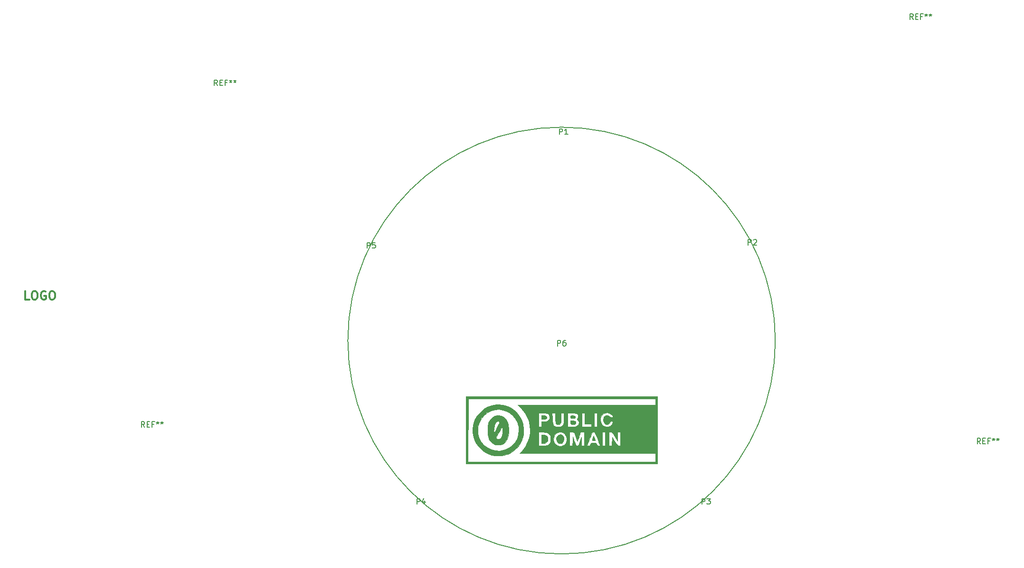
<source format=gbr>
G04 #@! TF.FileFunction,Legend,Top*
%FSLAX46Y46*%
G04 Gerber Fmt 4.6, Leading zero omitted, Abs format (unit mm)*
G04 Created by KiCad (PCBNEW 4.0.2+dfsg1-stable) date Mon 14 Nov 2016 02:15:01 PM EST*
%MOMM*%
G01*
G04 APERTURE LIST*
%ADD10C,0.100000*%
%ADD11C,0.200000*%
%ADD12C,0.010000*%
%ADD13C,0.150000*%
%ADD14C,0.300000*%
G04 APERTURE END LIST*
D10*
D11*
X158100000Y-109000000D02*
G75*
G03X158100000Y-109000000I-38100000J0D01*
G01*
D12*
G36*
X137102666Y-131011333D02*
X102982000Y-131011333D01*
X102982000Y-130672667D01*
X103319466Y-130672667D01*
X136764000Y-130672667D01*
X136764000Y-129148667D01*
X112535125Y-129148667D01*
X113015023Y-128619500D01*
X113507867Y-127964457D01*
X113598147Y-127794000D01*
X115936000Y-127794000D01*
X116617537Y-127794000D01*
X117100571Y-127771761D01*
X117445114Y-127706728D01*
X117547438Y-127665567D01*
X117816614Y-127446113D01*
X117982265Y-127112916D01*
X118047591Y-126670697D01*
X118568901Y-126670697D01*
X118631549Y-127068796D01*
X118702410Y-127262778D01*
X118927375Y-127554318D01*
X119253399Y-127750979D01*
X119634903Y-127842569D01*
X120026309Y-127818894D01*
X120085689Y-127794000D01*
X121439333Y-127794000D01*
X121941201Y-127794000D01*
X121965434Y-126968500D01*
X121989666Y-126143000D01*
X122273413Y-126973296D01*
X122403439Y-127345712D01*
X122498646Y-127584828D01*
X122576367Y-127718446D01*
X122653936Y-127774368D01*
X122748685Y-127780395D01*
X122774883Y-127777629D01*
X122883317Y-127748153D01*
X122972289Y-127668835D01*
X123060515Y-127508835D01*
X123166714Y-127237316D01*
X123253137Y-126989667D01*
X123513666Y-126227667D01*
X123538010Y-127010833D01*
X123562354Y-127794000D01*
X124064000Y-127794000D01*
X124502147Y-127794000D01*
X124784346Y-127794000D01*
X124985399Y-127771962D01*
X125082879Y-127674088D01*
X125122333Y-127540000D01*
X125162962Y-127397576D01*
X125234769Y-127321735D01*
X125383017Y-127291528D01*
X125652971Y-127286004D01*
X125671111Y-127286000D01*
X125950198Y-127291596D01*
X126108232Y-127322426D01*
X126193442Y-127399556D01*
X126252646Y-127540000D01*
X126349462Y-127723695D01*
X126506185Y-127789362D01*
X126606651Y-127794000D01*
X126780595Y-127775237D01*
X126845168Y-127729616D01*
X126843888Y-127725113D01*
X126806131Y-127624796D01*
X126721412Y-127395578D01*
X126600834Y-127067622D01*
X126455501Y-126671093D01*
X126392333Y-126498422D01*
X126226760Y-126048320D01*
X126104840Y-125733207D01*
X126012201Y-125528989D01*
X125934476Y-125411574D01*
X125857294Y-125356868D01*
X125766286Y-125340777D01*
X125701235Y-125339643D01*
X125562517Y-125348921D01*
X125463265Y-125399997D01*
X125376549Y-125525900D01*
X125275437Y-125759660D01*
X125201540Y-125952500D01*
X125044296Y-126367949D01*
X124868724Y-126830756D01*
X124735879Y-127180167D01*
X124502147Y-127794000D01*
X124064000Y-127794000D01*
X124064000Y-125338667D01*
X127281333Y-125338667D01*
X127281333Y-127794000D01*
X127789333Y-127794000D01*
X127789333Y-125338667D01*
X128466666Y-125338667D01*
X128466666Y-127794000D01*
X128968312Y-127794000D01*
X129017000Y-126227886D01*
X129489310Y-126989776D01*
X129708689Y-127335396D01*
X129869316Y-127560550D01*
X129996254Y-127691909D01*
X130114563Y-127756144D01*
X130230143Y-127778198D01*
X130498666Y-127804729D01*
X130498666Y-125338667D01*
X129997021Y-125338667D01*
X129972677Y-126117918D01*
X129948333Y-126897170D01*
X129482666Y-126119334D01*
X129271818Y-125773135D01*
X129120237Y-125548090D01*
X129003276Y-125418272D01*
X128896286Y-125357756D01*
X128774621Y-125340616D01*
X128741833Y-125340082D01*
X128466666Y-125338667D01*
X127789333Y-125338667D01*
X127281333Y-125338667D01*
X124064000Y-125338667D01*
X123325368Y-125338667D01*
X123083727Y-126143000D01*
X122977180Y-126482465D01*
X122884178Y-126751105D01*
X122817227Y-126914262D01*
X122793539Y-126947333D01*
X122748374Y-126872317D01*
X122666168Y-126670438D01*
X122560423Y-126376445D01*
X122489291Y-126164167D01*
X122233591Y-125381000D01*
X121836462Y-125355194D01*
X121439333Y-125329389D01*
X121439333Y-127794000D01*
X120085689Y-127794000D01*
X120382039Y-127669761D01*
X120416003Y-127646015D01*
X120713906Y-127329474D01*
X120880240Y-126930721D01*
X120908323Y-126481897D01*
X120791478Y-126015142D01*
X120766793Y-125958115D01*
X120545540Y-125627895D01*
X120231284Y-125425877D01*
X119806738Y-125342236D01*
X119676955Y-125338667D01*
X119250888Y-125405860D01*
X118919417Y-125611981D01*
X118685975Y-125934604D01*
X118586727Y-126267050D01*
X118568901Y-126670697D01*
X118047591Y-126670697D01*
X118050235Y-126652804D01*
X118052666Y-126526961D01*
X118042769Y-126223597D01*
X117997058Y-126019621D01*
X117891506Y-125845498D01*
X117767841Y-125702715D01*
X117627156Y-125555939D01*
X117502486Y-125462728D01*
X117349347Y-125408466D01*
X117123256Y-125378533D01*
X116779728Y-125358313D01*
X116709508Y-125354936D01*
X115936000Y-125317954D01*
X115936000Y-127794000D01*
X113598147Y-127794000D01*
X113911265Y-127202811D01*
X114207108Y-126381474D01*
X114377290Y-125547360D01*
X114412000Y-125000000D01*
X114329143Y-124101086D01*
X114087114Y-123214952D01*
X113695717Y-122365293D01*
X113417766Y-121952000D01*
X115936000Y-121952000D01*
X115936000Y-124407333D01*
X116190000Y-124407333D01*
X116335207Y-124399514D01*
X116410787Y-124348269D01*
X116439473Y-124211920D01*
X116443999Y-123948788D01*
X116444000Y-123941667D01*
X116444000Y-123476000D01*
X116916179Y-123476000D01*
X117211158Y-123463099D01*
X117407241Y-123408464D01*
X117573927Y-123288196D01*
X117635846Y-123228513D01*
X117835746Y-122939858D01*
X117872018Y-122627207D01*
X117759464Y-122296722D01*
X117665896Y-122144118D01*
X117550457Y-122044390D01*
X117377583Y-121986498D01*
X117111710Y-121959407D01*
X116717272Y-121952077D01*
X116648741Y-121952000D01*
X118287934Y-121952000D01*
X118319255Y-122867094D01*
X118355218Y-123419560D01*
X118429560Y-123825368D01*
X118556940Y-124105525D01*
X118752018Y-124281035D01*
X119029452Y-124372907D01*
X119390371Y-124401966D01*
X119683792Y-124375630D01*
X119949550Y-124303683D01*
X119995025Y-124282906D01*
X120172913Y-124148567D01*
X120297356Y-123942744D01*
X120375622Y-123640041D01*
X120414975Y-123215067D01*
X120423333Y-122786032D01*
X120423333Y-121952000D01*
X121100666Y-121952000D01*
X121100666Y-124407333D01*
X121672166Y-124406861D01*
X122024072Y-124393091D01*
X122357685Y-124357820D01*
X122561031Y-124318252D01*
X122868757Y-124161764D01*
X123047185Y-123920441D01*
X123087132Y-123628805D01*
X122979416Y-123321375D01*
X122866115Y-123171208D01*
X122760456Y-123033778D01*
X122773045Y-122943766D01*
X122833512Y-122885674D01*
X122924096Y-122730262D01*
X122963291Y-122503981D01*
X122963333Y-122496767D01*
X122930301Y-122268773D01*
X122816359Y-122111163D01*
X122599236Y-122013100D01*
X122256660Y-121963748D01*
X121843827Y-121952000D01*
X123640666Y-121952000D01*
X123640666Y-124407333D01*
X125334000Y-124407333D01*
X125334000Y-123899333D01*
X124148666Y-123899333D01*
X124148666Y-121952000D01*
X125842000Y-121952000D01*
X125842000Y-124407333D01*
X126350000Y-124407333D01*
X126350000Y-123264375D01*
X126896266Y-123264375D01*
X126996233Y-123642226D01*
X127184365Y-123987384D01*
X127435319Y-124246010D01*
X127577666Y-124326559D01*
X127897342Y-124394119D01*
X128269449Y-124383157D01*
X128598707Y-124297954D01*
X128638771Y-124278900D01*
X128865889Y-124096236D01*
X129049077Y-123836906D01*
X129140805Y-123572067D01*
X129144000Y-123522538D01*
X129074447Y-123419826D01*
X128890000Y-123391333D01*
X128688347Y-123429197D01*
X128636000Y-123518333D01*
X128563361Y-123703794D01*
X128386244Y-123872833D01*
X128165846Y-123974027D01*
X128081818Y-123984000D01*
X127873608Y-123925409D01*
X127666106Y-123783665D01*
X127658484Y-123776182D01*
X127495282Y-123504970D01*
X127435621Y-123164305D01*
X127479503Y-122818724D01*
X127626928Y-122532761D01*
X127658484Y-122498485D01*
X127896831Y-122328225D01*
X128133687Y-122315178D01*
X128398233Y-122459483D01*
X128451226Y-122502333D01*
X128633895Y-122616030D01*
X128844270Y-122694416D01*
X129029139Y-122724805D01*
X129135290Y-122694516D01*
X129144000Y-122667462D01*
X129080220Y-122473539D01*
X128921909Y-122251509D01*
X128718604Y-122062243D01*
X128590762Y-121987663D01*
X128136428Y-121873984D01*
X127723254Y-121918139D01*
X127369377Y-122110200D01*
X127092936Y-122440239D01*
X126912070Y-122898331D01*
X126909806Y-122907672D01*
X126896266Y-123264375D01*
X126350000Y-123264375D01*
X126350000Y-121952000D01*
X125842000Y-121952000D01*
X124148666Y-121952000D01*
X123640666Y-121952000D01*
X121843827Y-121952000D01*
X121100666Y-121952000D01*
X120423333Y-121952000D01*
X119915333Y-121952000D01*
X119915333Y-122779828D01*
X119899969Y-123275104D01*
X119848652Y-123623231D01*
X119753541Y-123844039D01*
X119606795Y-123957362D01*
X119439299Y-123984000D01*
X119218534Y-123971085D01*
X119067480Y-123914577D01*
X118973100Y-123787827D01*
X118922355Y-123564189D01*
X118902210Y-123217016D01*
X118899333Y-122880354D01*
X118899333Y-121952000D01*
X118287934Y-121952000D01*
X116648741Y-121952000D01*
X115936000Y-121952000D01*
X113417766Y-121952000D01*
X113164762Y-121575804D01*
X112838891Y-121199173D01*
X112193075Y-120512667D01*
X124482406Y-120512667D01*
X136771736Y-120512666D01*
X136746701Y-119941166D01*
X136721666Y-119369667D01*
X103363000Y-119369667D01*
X103319466Y-130672667D01*
X102982000Y-130672667D01*
X102982000Y-118988667D01*
X137102666Y-118988667D01*
X137102666Y-131011333D01*
X137102666Y-131011333D01*
G37*
X137102666Y-131011333D02*
X102982000Y-131011333D01*
X102982000Y-130672667D01*
X103319466Y-130672667D01*
X136764000Y-130672667D01*
X136764000Y-129148667D01*
X112535125Y-129148667D01*
X113015023Y-128619500D01*
X113507867Y-127964457D01*
X113598147Y-127794000D01*
X115936000Y-127794000D01*
X116617537Y-127794000D01*
X117100571Y-127771761D01*
X117445114Y-127706728D01*
X117547438Y-127665567D01*
X117816614Y-127446113D01*
X117982265Y-127112916D01*
X118047591Y-126670697D01*
X118568901Y-126670697D01*
X118631549Y-127068796D01*
X118702410Y-127262778D01*
X118927375Y-127554318D01*
X119253399Y-127750979D01*
X119634903Y-127842569D01*
X120026309Y-127818894D01*
X120085689Y-127794000D01*
X121439333Y-127794000D01*
X121941201Y-127794000D01*
X121965434Y-126968500D01*
X121989666Y-126143000D01*
X122273413Y-126973296D01*
X122403439Y-127345712D01*
X122498646Y-127584828D01*
X122576367Y-127718446D01*
X122653936Y-127774368D01*
X122748685Y-127780395D01*
X122774883Y-127777629D01*
X122883317Y-127748153D01*
X122972289Y-127668835D01*
X123060515Y-127508835D01*
X123166714Y-127237316D01*
X123253137Y-126989667D01*
X123513666Y-126227667D01*
X123538010Y-127010833D01*
X123562354Y-127794000D01*
X124064000Y-127794000D01*
X124502147Y-127794000D01*
X124784346Y-127794000D01*
X124985399Y-127771962D01*
X125082879Y-127674088D01*
X125122333Y-127540000D01*
X125162962Y-127397576D01*
X125234769Y-127321735D01*
X125383017Y-127291528D01*
X125652971Y-127286004D01*
X125671111Y-127286000D01*
X125950198Y-127291596D01*
X126108232Y-127322426D01*
X126193442Y-127399556D01*
X126252646Y-127540000D01*
X126349462Y-127723695D01*
X126506185Y-127789362D01*
X126606651Y-127794000D01*
X126780595Y-127775237D01*
X126845168Y-127729616D01*
X126843888Y-127725113D01*
X126806131Y-127624796D01*
X126721412Y-127395578D01*
X126600834Y-127067622D01*
X126455501Y-126671093D01*
X126392333Y-126498422D01*
X126226760Y-126048320D01*
X126104840Y-125733207D01*
X126012201Y-125528989D01*
X125934476Y-125411574D01*
X125857294Y-125356868D01*
X125766286Y-125340777D01*
X125701235Y-125339643D01*
X125562517Y-125348921D01*
X125463265Y-125399997D01*
X125376549Y-125525900D01*
X125275437Y-125759660D01*
X125201540Y-125952500D01*
X125044296Y-126367949D01*
X124868724Y-126830756D01*
X124735879Y-127180167D01*
X124502147Y-127794000D01*
X124064000Y-127794000D01*
X124064000Y-125338667D01*
X127281333Y-125338667D01*
X127281333Y-127794000D01*
X127789333Y-127794000D01*
X127789333Y-125338667D01*
X128466666Y-125338667D01*
X128466666Y-127794000D01*
X128968312Y-127794000D01*
X129017000Y-126227886D01*
X129489310Y-126989776D01*
X129708689Y-127335396D01*
X129869316Y-127560550D01*
X129996254Y-127691909D01*
X130114563Y-127756144D01*
X130230143Y-127778198D01*
X130498666Y-127804729D01*
X130498666Y-125338667D01*
X129997021Y-125338667D01*
X129972677Y-126117918D01*
X129948333Y-126897170D01*
X129482666Y-126119334D01*
X129271818Y-125773135D01*
X129120237Y-125548090D01*
X129003276Y-125418272D01*
X128896286Y-125357756D01*
X128774621Y-125340616D01*
X128741833Y-125340082D01*
X128466666Y-125338667D01*
X127789333Y-125338667D01*
X127281333Y-125338667D01*
X124064000Y-125338667D01*
X123325368Y-125338667D01*
X123083727Y-126143000D01*
X122977180Y-126482465D01*
X122884178Y-126751105D01*
X122817227Y-126914262D01*
X122793539Y-126947333D01*
X122748374Y-126872317D01*
X122666168Y-126670438D01*
X122560423Y-126376445D01*
X122489291Y-126164167D01*
X122233591Y-125381000D01*
X121836462Y-125355194D01*
X121439333Y-125329389D01*
X121439333Y-127794000D01*
X120085689Y-127794000D01*
X120382039Y-127669761D01*
X120416003Y-127646015D01*
X120713906Y-127329474D01*
X120880240Y-126930721D01*
X120908323Y-126481897D01*
X120791478Y-126015142D01*
X120766793Y-125958115D01*
X120545540Y-125627895D01*
X120231284Y-125425877D01*
X119806738Y-125342236D01*
X119676955Y-125338667D01*
X119250888Y-125405860D01*
X118919417Y-125611981D01*
X118685975Y-125934604D01*
X118586727Y-126267050D01*
X118568901Y-126670697D01*
X118047591Y-126670697D01*
X118050235Y-126652804D01*
X118052666Y-126526961D01*
X118042769Y-126223597D01*
X117997058Y-126019621D01*
X117891506Y-125845498D01*
X117767841Y-125702715D01*
X117627156Y-125555939D01*
X117502486Y-125462728D01*
X117349347Y-125408466D01*
X117123256Y-125378533D01*
X116779728Y-125358313D01*
X116709508Y-125354936D01*
X115936000Y-125317954D01*
X115936000Y-127794000D01*
X113598147Y-127794000D01*
X113911265Y-127202811D01*
X114207108Y-126381474D01*
X114377290Y-125547360D01*
X114412000Y-125000000D01*
X114329143Y-124101086D01*
X114087114Y-123214952D01*
X113695717Y-122365293D01*
X113417766Y-121952000D01*
X115936000Y-121952000D01*
X115936000Y-124407333D01*
X116190000Y-124407333D01*
X116335207Y-124399514D01*
X116410787Y-124348269D01*
X116439473Y-124211920D01*
X116443999Y-123948788D01*
X116444000Y-123941667D01*
X116444000Y-123476000D01*
X116916179Y-123476000D01*
X117211158Y-123463099D01*
X117407241Y-123408464D01*
X117573927Y-123288196D01*
X117635846Y-123228513D01*
X117835746Y-122939858D01*
X117872018Y-122627207D01*
X117759464Y-122296722D01*
X117665896Y-122144118D01*
X117550457Y-122044390D01*
X117377583Y-121986498D01*
X117111710Y-121959407D01*
X116717272Y-121952077D01*
X116648741Y-121952000D01*
X118287934Y-121952000D01*
X118319255Y-122867094D01*
X118355218Y-123419560D01*
X118429560Y-123825368D01*
X118556940Y-124105525D01*
X118752018Y-124281035D01*
X119029452Y-124372907D01*
X119390371Y-124401966D01*
X119683792Y-124375630D01*
X119949550Y-124303683D01*
X119995025Y-124282906D01*
X120172913Y-124148567D01*
X120297356Y-123942744D01*
X120375622Y-123640041D01*
X120414975Y-123215067D01*
X120423333Y-122786032D01*
X120423333Y-121952000D01*
X121100666Y-121952000D01*
X121100666Y-124407333D01*
X121672166Y-124406861D01*
X122024072Y-124393091D01*
X122357685Y-124357820D01*
X122561031Y-124318252D01*
X122868757Y-124161764D01*
X123047185Y-123920441D01*
X123087132Y-123628805D01*
X122979416Y-123321375D01*
X122866115Y-123171208D01*
X122760456Y-123033778D01*
X122773045Y-122943766D01*
X122833512Y-122885674D01*
X122924096Y-122730262D01*
X122963291Y-122503981D01*
X122963333Y-122496767D01*
X122930301Y-122268773D01*
X122816359Y-122111163D01*
X122599236Y-122013100D01*
X122256660Y-121963748D01*
X121843827Y-121952000D01*
X123640666Y-121952000D01*
X123640666Y-124407333D01*
X125334000Y-124407333D01*
X125334000Y-123899333D01*
X124148666Y-123899333D01*
X124148666Y-121952000D01*
X125842000Y-121952000D01*
X125842000Y-124407333D01*
X126350000Y-124407333D01*
X126350000Y-123264375D01*
X126896266Y-123264375D01*
X126996233Y-123642226D01*
X127184365Y-123987384D01*
X127435319Y-124246010D01*
X127577666Y-124326559D01*
X127897342Y-124394119D01*
X128269449Y-124383157D01*
X128598707Y-124297954D01*
X128638771Y-124278900D01*
X128865889Y-124096236D01*
X129049077Y-123836906D01*
X129140805Y-123572067D01*
X129144000Y-123522538D01*
X129074447Y-123419826D01*
X128890000Y-123391333D01*
X128688347Y-123429197D01*
X128636000Y-123518333D01*
X128563361Y-123703794D01*
X128386244Y-123872833D01*
X128165846Y-123974027D01*
X128081818Y-123984000D01*
X127873608Y-123925409D01*
X127666106Y-123783665D01*
X127658484Y-123776182D01*
X127495282Y-123504970D01*
X127435621Y-123164305D01*
X127479503Y-122818724D01*
X127626928Y-122532761D01*
X127658484Y-122498485D01*
X127896831Y-122328225D01*
X128133687Y-122315178D01*
X128398233Y-122459483D01*
X128451226Y-122502333D01*
X128633895Y-122616030D01*
X128844270Y-122694416D01*
X129029139Y-122724805D01*
X129135290Y-122694516D01*
X129144000Y-122667462D01*
X129080220Y-122473539D01*
X128921909Y-122251509D01*
X128718604Y-122062243D01*
X128590762Y-121987663D01*
X128136428Y-121873984D01*
X127723254Y-121918139D01*
X127369377Y-122110200D01*
X127092936Y-122440239D01*
X126912070Y-122898331D01*
X126909806Y-122907672D01*
X126896266Y-123264375D01*
X126350000Y-123264375D01*
X126350000Y-121952000D01*
X125842000Y-121952000D01*
X124148666Y-121952000D01*
X123640666Y-121952000D01*
X121843827Y-121952000D01*
X121100666Y-121952000D01*
X120423333Y-121952000D01*
X119915333Y-121952000D01*
X119915333Y-122779828D01*
X119899969Y-123275104D01*
X119848652Y-123623231D01*
X119753541Y-123844039D01*
X119606795Y-123957362D01*
X119439299Y-123984000D01*
X119218534Y-123971085D01*
X119067480Y-123914577D01*
X118973100Y-123787827D01*
X118922355Y-123564189D01*
X118902210Y-123217016D01*
X118899333Y-122880354D01*
X118899333Y-121952000D01*
X118287934Y-121952000D01*
X116648741Y-121952000D01*
X115936000Y-121952000D01*
X113417766Y-121952000D01*
X113164762Y-121575804D01*
X112838891Y-121199173D01*
X112193075Y-120512667D01*
X124482406Y-120512667D01*
X136771736Y-120512666D01*
X136746701Y-119941166D01*
X136721666Y-119369667D01*
X103363000Y-119369667D01*
X103319466Y-130672667D01*
X102982000Y-130672667D01*
X102982000Y-118988667D01*
X137102666Y-118988667D01*
X137102666Y-131011333D01*
G36*
X109549982Y-120504492D02*
X110368870Y-120728139D01*
X111113949Y-121102615D01*
X111791214Y-121630341D01*
X111909629Y-121745037D01*
X112465678Y-122404645D01*
X112866527Y-123121036D01*
X113117132Y-123906462D01*
X113222454Y-124773178D01*
X113226666Y-125000000D01*
X113163320Y-125861207D01*
X112966391Y-126636643D01*
X112625542Y-127356657D01*
X112228625Y-127930520D01*
X111872088Y-128302813D01*
X111406357Y-128676630D01*
X110886745Y-129013348D01*
X110368562Y-129274347D01*
X110221000Y-129332346D01*
X109773247Y-129448849D01*
X109224282Y-129523225D01*
X108635584Y-129552999D01*
X108068633Y-129535699D01*
X107584907Y-129468854D01*
X107478843Y-129442632D01*
X106707376Y-129142297D01*
X105998597Y-128698907D01*
X105373683Y-128133577D01*
X104853809Y-127467417D01*
X104460154Y-126721541D01*
X104302408Y-126275799D01*
X104218339Y-125846781D01*
X104176238Y-125316832D01*
X104176238Y-124817076D01*
X105030991Y-124817076D01*
X105067470Y-125612960D01*
X105257164Y-126338166D01*
X105603002Y-127000046D01*
X106107914Y-127605952D01*
X106164518Y-127661115D01*
X106779257Y-128140193D01*
X107460697Y-128474633D01*
X108185976Y-128659553D01*
X108932237Y-128690067D01*
X109676619Y-128561292D01*
X109952117Y-128470373D01*
X110442514Y-128232745D01*
X110940749Y-127899922D01*
X111390736Y-127514816D01*
X111736388Y-127120342D01*
X111759203Y-127087692D01*
X112081470Y-126478660D01*
X112289391Y-125786066D01*
X112374084Y-125058829D01*
X112326666Y-124345870D01*
X112290262Y-124163041D01*
X112063092Y-123513437D01*
X111701924Y-122892611D01*
X111236847Y-122338757D01*
X110697946Y-121890068D01*
X110332516Y-121677825D01*
X109592349Y-121405683D01*
X108846879Y-121294722D01*
X108114395Y-121338443D01*
X107413187Y-121530346D01*
X106761545Y-121863931D01*
X106177759Y-122332697D01*
X105680119Y-122930145D01*
X105385664Y-123435861D01*
X105218331Y-123796077D01*
X105116786Y-124091062D01*
X105061304Y-124397640D01*
X105032157Y-124792634D01*
X105030991Y-124817076D01*
X104176238Y-124817076D01*
X104176237Y-124749106D01*
X104218470Y-124206759D01*
X104297119Y-123775293D01*
X104496925Y-123189418D01*
X104789566Y-122646125D01*
X105200507Y-122102462D01*
X105457605Y-121817801D01*
X106102438Y-121237731D01*
X106793211Y-120817998D01*
X107543387Y-120552748D01*
X108366427Y-120436128D01*
X108651288Y-120429251D01*
X109549982Y-120504492D01*
X109549982Y-120504492D01*
G37*
X109549982Y-120504492D02*
X110368870Y-120728139D01*
X111113949Y-121102615D01*
X111791214Y-121630341D01*
X111909629Y-121745037D01*
X112465678Y-122404645D01*
X112866527Y-123121036D01*
X113117132Y-123906462D01*
X113222454Y-124773178D01*
X113226666Y-125000000D01*
X113163320Y-125861207D01*
X112966391Y-126636643D01*
X112625542Y-127356657D01*
X112228625Y-127930520D01*
X111872088Y-128302813D01*
X111406357Y-128676630D01*
X110886745Y-129013348D01*
X110368562Y-129274347D01*
X110221000Y-129332346D01*
X109773247Y-129448849D01*
X109224282Y-129523225D01*
X108635584Y-129552999D01*
X108068633Y-129535699D01*
X107584907Y-129468854D01*
X107478843Y-129442632D01*
X106707376Y-129142297D01*
X105998597Y-128698907D01*
X105373683Y-128133577D01*
X104853809Y-127467417D01*
X104460154Y-126721541D01*
X104302408Y-126275799D01*
X104218339Y-125846781D01*
X104176238Y-125316832D01*
X104176238Y-124817076D01*
X105030991Y-124817076D01*
X105067470Y-125612960D01*
X105257164Y-126338166D01*
X105603002Y-127000046D01*
X106107914Y-127605952D01*
X106164518Y-127661115D01*
X106779257Y-128140193D01*
X107460697Y-128474633D01*
X108185976Y-128659553D01*
X108932237Y-128690067D01*
X109676619Y-128561292D01*
X109952117Y-128470373D01*
X110442514Y-128232745D01*
X110940749Y-127899922D01*
X111390736Y-127514816D01*
X111736388Y-127120342D01*
X111759203Y-127087692D01*
X112081470Y-126478660D01*
X112289391Y-125786066D01*
X112374084Y-125058829D01*
X112326666Y-124345870D01*
X112290262Y-124163041D01*
X112063092Y-123513437D01*
X111701924Y-122892611D01*
X111236847Y-122338757D01*
X110697946Y-121890068D01*
X110332516Y-121677825D01*
X109592349Y-121405683D01*
X108846879Y-121294722D01*
X108114395Y-121338443D01*
X107413187Y-121530346D01*
X106761545Y-121863931D01*
X106177759Y-122332697D01*
X105680119Y-122930145D01*
X105385664Y-123435861D01*
X105218331Y-123796077D01*
X105116786Y-124091062D01*
X105061304Y-124397640D01*
X105032157Y-124792634D01*
X105030991Y-124817076D01*
X104176238Y-124817076D01*
X104176237Y-124749106D01*
X104218470Y-124206759D01*
X104297119Y-123775293D01*
X104496925Y-123189418D01*
X104789566Y-122646125D01*
X105200507Y-122102462D01*
X105457605Y-121817801D01*
X106102438Y-121237731D01*
X106793211Y-120817998D01*
X107543387Y-120552748D01*
X108366427Y-120436128D01*
X108651288Y-120429251D01*
X109549982Y-120504492D01*
G36*
X120041897Y-125848273D02*
X120234046Y-126035190D01*
X120357449Y-126297000D01*
X120389754Y-126610409D01*
X120308611Y-126952123D01*
X120279887Y-127015547D01*
X120157596Y-127221788D01*
X120013009Y-127318123D01*
X119776771Y-127353899D01*
X119527897Y-127351626D01*
X119365457Y-127278573D01*
X119247605Y-127151981D01*
X119098405Y-126846789D01*
X119063623Y-126498674D01*
X119141745Y-126169681D01*
X119276484Y-125969818D01*
X119540765Y-125792293D01*
X119803353Y-125759542D01*
X120041897Y-125848273D01*
X120041897Y-125848273D01*
G37*
X120041897Y-125848273D02*
X120234046Y-126035190D01*
X120357449Y-126297000D01*
X120389754Y-126610409D01*
X120308611Y-126952123D01*
X120279887Y-127015547D01*
X120157596Y-127221788D01*
X120013009Y-127318123D01*
X119776771Y-127353899D01*
X119527897Y-127351626D01*
X119365457Y-127278573D01*
X119247605Y-127151981D01*
X119098405Y-126846789D01*
X119063623Y-126498674D01*
X119141745Y-126169681D01*
X119276484Y-125969818D01*
X119540765Y-125792293D01*
X119803353Y-125759542D01*
X120041897Y-125848273D01*
G36*
X117181691Y-125895812D02*
X117410867Y-126051922D01*
X117525469Y-126328009D01*
X117544666Y-126570182D01*
X117482205Y-126948296D01*
X117299302Y-127210367D01*
X117002681Y-127349296D01*
X116786515Y-127370667D01*
X116444000Y-127370667D01*
X116444000Y-125846667D01*
X116825000Y-125846667D01*
X117181691Y-125895812D01*
X117181691Y-125895812D01*
G37*
X117181691Y-125895812D02*
X117410867Y-126051922D01*
X117525469Y-126328009D01*
X117544666Y-126570182D01*
X117482205Y-126948296D01*
X117299302Y-127210367D01*
X117002681Y-127349296D01*
X116786515Y-127370667D01*
X116444000Y-127370667D01*
X116444000Y-125846667D01*
X116825000Y-125846667D01*
X117181691Y-125895812D01*
G36*
X125745647Y-126118130D02*
X125818437Y-126318258D01*
X125866929Y-126460500D01*
X126001055Y-126862667D01*
X125700682Y-126862667D01*
X125503582Y-126851522D01*
X125434255Y-126795066D01*
X125451488Y-126658769D01*
X125452497Y-126654734D01*
X125524037Y-126409097D01*
X125603431Y-126191851D01*
X125671470Y-126050848D01*
X125705104Y-126025424D01*
X125745647Y-126118130D01*
X125745647Y-126118130D01*
G37*
X125745647Y-126118130D02*
X125818437Y-126318258D01*
X125866929Y-126460500D01*
X126001055Y-126862667D01*
X125700682Y-126862667D01*
X125503582Y-126851522D01*
X125434255Y-126795066D01*
X125451488Y-126658769D01*
X125452497Y-126654734D01*
X125524037Y-126409097D01*
X125603431Y-126191851D01*
X125671470Y-126050848D01*
X125705104Y-126025424D01*
X125745647Y-126118130D01*
G36*
X116837493Y-122391861D02*
X117160999Y-122450135D01*
X117323894Y-122565833D01*
X117375767Y-122760883D01*
X117274070Y-122913308D01*
X117031895Y-123010451D01*
X116837493Y-123036139D01*
X116444000Y-123061944D01*
X116444000Y-122366055D01*
X116837493Y-122391861D01*
X116837493Y-122391861D01*
G37*
X116837493Y-122391861D02*
X117160999Y-122450135D01*
X117323894Y-122565833D01*
X117375767Y-122760883D01*
X117274070Y-122913308D01*
X117031895Y-123010451D01*
X116837493Y-123036139D01*
X116444000Y-123061944D01*
X116444000Y-122366055D01*
X116837493Y-122391861D01*
G36*
X122053166Y-123323409D02*
X122315734Y-123346926D01*
X122453943Y-123393077D01*
X122512765Y-123483934D01*
X122526874Y-123555923D01*
X122487275Y-123777005D01*
X122304691Y-123922340D01*
X121991811Y-123982809D01*
X121931151Y-123984000D01*
X121725647Y-123975373D01*
X121633658Y-123917120D01*
X121609539Y-123760677D01*
X121608666Y-123640909D01*
X121608666Y-123297817D01*
X122053166Y-123323409D01*
X122053166Y-123323409D01*
G37*
X122053166Y-123323409D02*
X122315734Y-123346926D01*
X122453943Y-123393077D01*
X122512765Y-123483934D01*
X122526874Y-123555923D01*
X122487275Y-123777005D01*
X122304691Y-123922340D01*
X121991811Y-123982809D01*
X121931151Y-123984000D01*
X121725647Y-123975373D01*
X121633658Y-123917120D01*
X121609539Y-123760677D01*
X121608666Y-123640909D01*
X121608666Y-123297817D01*
X122053166Y-123323409D01*
G36*
X122010833Y-122391861D02*
X122254727Y-122416321D01*
X122373374Y-122465834D01*
X122410856Y-122566428D01*
X122413000Y-122629333D01*
X122396260Y-122758773D01*
X122316651Y-122826327D01*
X122130091Y-122858025D01*
X122010833Y-122866805D01*
X121768611Y-122877042D01*
X121650626Y-122849189D01*
X121612183Y-122756857D01*
X121608666Y-122629333D01*
X121616771Y-122471283D01*
X121670882Y-122397516D01*
X121815691Y-122381642D01*
X122010833Y-122391861D01*
X122010833Y-122391861D01*
G37*
X122010833Y-122391861D02*
X122254727Y-122416321D01*
X122373374Y-122465834D01*
X122410856Y-122566428D01*
X122413000Y-122629333D01*
X122396260Y-122758773D01*
X122316651Y-122826327D01*
X122130091Y-122858025D01*
X122010833Y-122866805D01*
X121768611Y-122877042D01*
X121650626Y-122849189D01*
X121612183Y-122756857D01*
X121608666Y-122629333D01*
X121616771Y-122471283D01*
X121670882Y-122397516D01*
X121815691Y-122381642D01*
X122010833Y-122391861D01*
G36*
X109241599Y-122449131D02*
X109700490Y-122668650D01*
X110070584Y-123031078D01*
X110348138Y-123533601D01*
X110391275Y-123648004D01*
X110518512Y-124165475D01*
X110576250Y-124760441D01*
X110566653Y-125380233D01*
X110491888Y-125972177D01*
X110354119Y-126483604D01*
X110266432Y-126684663D01*
X110016092Y-127054327D01*
X109697272Y-127358149D01*
X109389988Y-127534613D01*
X109073574Y-127606385D01*
X108689069Y-127626762D01*
X108301962Y-127598650D01*
X107977746Y-127524957D01*
X107850333Y-127466280D01*
X107484875Y-127178241D01*
X107196926Y-126800757D01*
X107030553Y-126480612D01*
X106985705Y-126371362D01*
X108316000Y-126371362D01*
X108386769Y-126518619D01*
X108565802Y-126594880D01*
X108803188Y-126589597D01*
X109006067Y-126517185D01*
X109199295Y-126321506D01*
X109347221Y-125969729D01*
X109446929Y-125469698D01*
X109468940Y-125271501D01*
X109495910Y-124871267D01*
X109484381Y-124622761D01*
X109428402Y-124526416D01*
X109322022Y-124582662D01*
X109159288Y-124791932D01*
X108934249Y-125154657D01*
X108840139Y-125317115D01*
X108638931Y-125679317D01*
X108473474Y-125997486D01*
X108360341Y-126238287D01*
X108316105Y-126368383D01*
X108316000Y-126371362D01*
X106985705Y-126371362D01*
X106947138Y-126277417D01*
X106891511Y-126073861D01*
X106858290Y-125828654D01*
X106842089Y-125500503D01*
X106838182Y-125113228D01*
X107894470Y-125113228D01*
X107901935Y-125336196D01*
X107929688Y-125459518D01*
X107966333Y-125461433D01*
X108033698Y-125357666D01*
X108160298Y-125137472D01*
X108327142Y-124834609D01*
X108490052Y-124530522D01*
X108712558Y-124086431D01*
X108840680Y-123765972D01*
X108876631Y-123553701D01*
X108822629Y-123434177D01*
X108680887Y-123391955D01*
X108653475Y-123391333D01*
X108420140Y-123470870D01*
X108209958Y-123688974D01*
X108047411Y-124014883D01*
X107987315Y-124228337D01*
X107937810Y-124521109D01*
X107906645Y-124828802D01*
X107894470Y-125113228D01*
X106838182Y-125113228D01*
X106837525Y-125048117D01*
X106837501Y-125000000D01*
X106841274Y-124534558D01*
X106856188Y-124197027D01*
X106887640Y-123946081D01*
X106941026Y-123740396D01*
X107021740Y-123538644D01*
X107030956Y-123518333D01*
X107317569Y-123017310D01*
X107658446Y-122668885D01*
X108072571Y-122460039D01*
X108578930Y-122377753D01*
X108697653Y-122375333D01*
X109241599Y-122449131D01*
X109241599Y-122449131D01*
G37*
X109241599Y-122449131D02*
X109700490Y-122668650D01*
X110070584Y-123031078D01*
X110348138Y-123533601D01*
X110391275Y-123648004D01*
X110518512Y-124165475D01*
X110576250Y-124760441D01*
X110566653Y-125380233D01*
X110491888Y-125972177D01*
X110354119Y-126483604D01*
X110266432Y-126684663D01*
X110016092Y-127054327D01*
X109697272Y-127358149D01*
X109389988Y-127534613D01*
X109073574Y-127606385D01*
X108689069Y-127626762D01*
X108301962Y-127598650D01*
X107977746Y-127524957D01*
X107850333Y-127466280D01*
X107484875Y-127178241D01*
X107196926Y-126800757D01*
X107030553Y-126480612D01*
X106985705Y-126371362D01*
X108316000Y-126371362D01*
X108386769Y-126518619D01*
X108565802Y-126594880D01*
X108803188Y-126589597D01*
X109006067Y-126517185D01*
X109199295Y-126321506D01*
X109347221Y-125969729D01*
X109446929Y-125469698D01*
X109468940Y-125271501D01*
X109495910Y-124871267D01*
X109484381Y-124622761D01*
X109428402Y-124526416D01*
X109322022Y-124582662D01*
X109159288Y-124791932D01*
X108934249Y-125154657D01*
X108840139Y-125317115D01*
X108638931Y-125679317D01*
X108473474Y-125997486D01*
X108360341Y-126238287D01*
X108316105Y-126368383D01*
X108316000Y-126371362D01*
X106985705Y-126371362D01*
X106947138Y-126277417D01*
X106891511Y-126073861D01*
X106858290Y-125828654D01*
X106842089Y-125500503D01*
X106838182Y-125113228D01*
X107894470Y-125113228D01*
X107901935Y-125336196D01*
X107929688Y-125459518D01*
X107966333Y-125461433D01*
X108033698Y-125357666D01*
X108160298Y-125137472D01*
X108327142Y-124834609D01*
X108490052Y-124530522D01*
X108712558Y-124086431D01*
X108840680Y-123765972D01*
X108876631Y-123553701D01*
X108822629Y-123434177D01*
X108680887Y-123391955D01*
X108653475Y-123391333D01*
X108420140Y-123470870D01*
X108209958Y-123688974D01*
X108047411Y-124014883D01*
X107987315Y-124228337D01*
X107937810Y-124521109D01*
X107906645Y-124828802D01*
X107894470Y-125113228D01*
X106838182Y-125113228D01*
X106837525Y-125048117D01*
X106837501Y-125000000D01*
X106841274Y-124534558D01*
X106856188Y-124197027D01*
X106887640Y-123946081D01*
X106941026Y-123740396D01*
X107021740Y-123538644D01*
X107030956Y-123518333D01*
X107317569Y-123017310D01*
X107658446Y-122668885D01*
X108072571Y-122460039D01*
X108578930Y-122377753D01*
X108697653Y-122375333D01*
X109241599Y-122449131D01*
D13*
X58666667Y-63452381D02*
X58333333Y-62976190D01*
X58095238Y-63452381D02*
X58095238Y-62452381D01*
X58476191Y-62452381D01*
X58571429Y-62500000D01*
X58619048Y-62547619D01*
X58666667Y-62642857D01*
X58666667Y-62785714D01*
X58619048Y-62880952D01*
X58571429Y-62928571D01*
X58476191Y-62976190D01*
X58095238Y-62976190D01*
X59095238Y-62928571D02*
X59428572Y-62928571D01*
X59571429Y-63452381D02*
X59095238Y-63452381D01*
X59095238Y-62452381D01*
X59571429Y-62452381D01*
X60333334Y-62928571D02*
X60000000Y-62928571D01*
X60000000Y-63452381D02*
X60000000Y-62452381D01*
X60476191Y-62452381D01*
X61000000Y-62452381D02*
X61000000Y-62690476D01*
X60761905Y-62595238D02*
X61000000Y-62690476D01*
X61238096Y-62595238D01*
X60857143Y-62880952D02*
X61000000Y-62690476D01*
X61142858Y-62880952D01*
X61761905Y-62452381D02*
X61761905Y-62690476D01*
X61523810Y-62595238D02*
X61761905Y-62690476D01*
X62000001Y-62595238D01*
X61619048Y-62880952D02*
X61761905Y-62690476D01*
X61904763Y-62880952D01*
X182666667Y-51642381D02*
X182333333Y-51166190D01*
X182095238Y-51642381D02*
X182095238Y-50642381D01*
X182476191Y-50642381D01*
X182571429Y-50690000D01*
X182619048Y-50737619D01*
X182666667Y-50832857D01*
X182666667Y-50975714D01*
X182619048Y-51070952D01*
X182571429Y-51118571D01*
X182476191Y-51166190D01*
X182095238Y-51166190D01*
X183095238Y-51118571D02*
X183428572Y-51118571D01*
X183571429Y-51642381D02*
X183095238Y-51642381D01*
X183095238Y-50642381D01*
X183571429Y-50642381D01*
X184333334Y-51118571D02*
X184000000Y-51118571D01*
X184000000Y-51642381D02*
X184000000Y-50642381D01*
X184476191Y-50642381D01*
X185000000Y-50642381D02*
X185000000Y-50880476D01*
X184761905Y-50785238D02*
X185000000Y-50880476D01*
X185238096Y-50785238D01*
X184857143Y-51070952D02*
X185000000Y-50880476D01*
X185142858Y-51070952D01*
X185761905Y-50642381D02*
X185761905Y-50880476D01*
X185523810Y-50785238D02*
X185761905Y-50880476D01*
X186000001Y-50785238D01*
X185619048Y-51070952D02*
X185761905Y-50880476D01*
X185904763Y-51070952D01*
X45666667Y-124452381D02*
X45333333Y-123976190D01*
X45095238Y-124452381D02*
X45095238Y-123452381D01*
X45476191Y-123452381D01*
X45571429Y-123500000D01*
X45619048Y-123547619D01*
X45666667Y-123642857D01*
X45666667Y-123785714D01*
X45619048Y-123880952D01*
X45571429Y-123928571D01*
X45476191Y-123976190D01*
X45095238Y-123976190D01*
X46095238Y-123928571D02*
X46428572Y-123928571D01*
X46571429Y-124452381D02*
X46095238Y-124452381D01*
X46095238Y-123452381D01*
X46571429Y-123452381D01*
X47333334Y-123928571D02*
X47000000Y-123928571D01*
X47000000Y-124452381D02*
X47000000Y-123452381D01*
X47476191Y-123452381D01*
X48000000Y-123452381D02*
X48000000Y-123690476D01*
X47761905Y-123595238D02*
X48000000Y-123690476D01*
X48238096Y-123595238D01*
X47857143Y-123880952D02*
X48000000Y-123690476D01*
X48142858Y-123880952D01*
X48761905Y-123452381D02*
X48761905Y-123690476D01*
X48523810Y-123595238D02*
X48761905Y-123690476D01*
X49000001Y-123595238D01*
X48619048Y-123880952D02*
X48761905Y-123690476D01*
X48904763Y-123880952D01*
X119591905Y-72182381D02*
X119591905Y-71182381D01*
X119972858Y-71182381D01*
X120068096Y-71230000D01*
X120115715Y-71277619D01*
X120163334Y-71372857D01*
X120163334Y-71515714D01*
X120115715Y-71610952D01*
X120068096Y-71658571D01*
X119972858Y-71706190D01*
X119591905Y-71706190D01*
X121115715Y-72182381D02*
X120544286Y-72182381D01*
X120830000Y-72182381D02*
X120830000Y-71182381D01*
X120734762Y-71325238D01*
X120639524Y-71420476D01*
X120544286Y-71468095D01*
X153261905Y-91952381D02*
X153261905Y-90952381D01*
X153642858Y-90952381D01*
X153738096Y-91000000D01*
X153785715Y-91047619D01*
X153833334Y-91142857D01*
X153833334Y-91285714D01*
X153785715Y-91380952D01*
X153738096Y-91428571D01*
X153642858Y-91476190D01*
X153261905Y-91476190D01*
X154214286Y-91047619D02*
X154261905Y-91000000D01*
X154357143Y-90952381D01*
X154595239Y-90952381D01*
X154690477Y-91000000D01*
X154738096Y-91047619D01*
X154785715Y-91142857D01*
X154785715Y-91238095D01*
X154738096Y-91380952D01*
X154166667Y-91952381D01*
X154785715Y-91952381D01*
X144991905Y-138222381D02*
X144991905Y-137222381D01*
X145372858Y-137222381D01*
X145468096Y-137270000D01*
X145515715Y-137317619D01*
X145563334Y-137412857D01*
X145563334Y-137555714D01*
X145515715Y-137650952D01*
X145468096Y-137698571D01*
X145372858Y-137746190D01*
X144991905Y-137746190D01*
X145896667Y-137222381D02*
X146515715Y-137222381D01*
X146182381Y-137603333D01*
X146325239Y-137603333D01*
X146420477Y-137650952D01*
X146468096Y-137698571D01*
X146515715Y-137793810D01*
X146515715Y-138031905D01*
X146468096Y-138127143D01*
X146420477Y-138174762D01*
X146325239Y-138222381D01*
X146039524Y-138222381D01*
X145944286Y-138174762D01*
X145896667Y-138127143D01*
X94191905Y-138222381D02*
X94191905Y-137222381D01*
X94572858Y-137222381D01*
X94668096Y-137270000D01*
X94715715Y-137317619D01*
X94763334Y-137412857D01*
X94763334Y-137555714D01*
X94715715Y-137650952D01*
X94668096Y-137698571D01*
X94572858Y-137746190D01*
X94191905Y-137746190D01*
X95620477Y-137555714D02*
X95620477Y-138222381D01*
X95382381Y-137174762D02*
X95144286Y-137889048D01*
X95763334Y-137889048D01*
X85301905Y-92502381D02*
X85301905Y-91502381D01*
X85682858Y-91502381D01*
X85778096Y-91550000D01*
X85825715Y-91597619D01*
X85873334Y-91692857D01*
X85873334Y-91835714D01*
X85825715Y-91930952D01*
X85778096Y-91978571D01*
X85682858Y-92026190D01*
X85301905Y-92026190D01*
X86778096Y-91502381D02*
X86301905Y-91502381D01*
X86254286Y-91978571D01*
X86301905Y-91930952D01*
X86397143Y-91883333D01*
X86635239Y-91883333D01*
X86730477Y-91930952D01*
X86778096Y-91978571D01*
X86825715Y-92073810D01*
X86825715Y-92311905D01*
X86778096Y-92407143D01*
X86730477Y-92454762D01*
X86635239Y-92502381D01*
X86397143Y-92502381D01*
X86301905Y-92454762D01*
X86254286Y-92407143D01*
X119261905Y-109952381D02*
X119261905Y-108952381D01*
X119642858Y-108952381D01*
X119738096Y-109000000D01*
X119785715Y-109047619D01*
X119833334Y-109142857D01*
X119833334Y-109285714D01*
X119785715Y-109380952D01*
X119738096Y-109428571D01*
X119642858Y-109476190D01*
X119261905Y-109476190D01*
X120690477Y-108952381D02*
X120500000Y-108952381D01*
X120404762Y-109000000D01*
X120357143Y-109047619D01*
X120261905Y-109190476D01*
X120214286Y-109380952D01*
X120214286Y-109761905D01*
X120261905Y-109857143D01*
X120309524Y-109904762D01*
X120404762Y-109952381D01*
X120595239Y-109952381D01*
X120690477Y-109904762D01*
X120738096Y-109857143D01*
X120785715Y-109761905D01*
X120785715Y-109523810D01*
X120738096Y-109428571D01*
X120690477Y-109380952D01*
X120595239Y-109333333D01*
X120404762Y-109333333D01*
X120309524Y-109380952D01*
X120261905Y-109428571D01*
X120214286Y-109523810D01*
D14*
X25113143Y-101689429D02*
X24387429Y-101689429D01*
X24387429Y-100165429D01*
X25911429Y-100165429D02*
X26201715Y-100165429D01*
X26346857Y-100238000D01*
X26492000Y-100383143D01*
X26564572Y-100673429D01*
X26564572Y-101181429D01*
X26492000Y-101471714D01*
X26346857Y-101616857D01*
X26201715Y-101689429D01*
X25911429Y-101689429D01*
X25766286Y-101616857D01*
X25621143Y-101471714D01*
X25548572Y-101181429D01*
X25548572Y-100673429D01*
X25621143Y-100383143D01*
X25766286Y-100238000D01*
X25911429Y-100165429D01*
X28016000Y-100238000D02*
X27870857Y-100165429D01*
X27653143Y-100165429D01*
X27435428Y-100238000D01*
X27290286Y-100383143D01*
X27217714Y-100528286D01*
X27145143Y-100818571D01*
X27145143Y-101036286D01*
X27217714Y-101326571D01*
X27290286Y-101471714D01*
X27435428Y-101616857D01*
X27653143Y-101689429D01*
X27798286Y-101689429D01*
X28016000Y-101616857D01*
X28088571Y-101544286D01*
X28088571Y-101036286D01*
X27798286Y-101036286D01*
X29032000Y-100165429D02*
X29322286Y-100165429D01*
X29467428Y-100238000D01*
X29612571Y-100383143D01*
X29685143Y-100673429D01*
X29685143Y-101181429D01*
X29612571Y-101471714D01*
X29467428Y-101616857D01*
X29322286Y-101689429D01*
X29032000Y-101689429D01*
X28886857Y-101616857D01*
X28741714Y-101471714D01*
X28669143Y-101181429D01*
X28669143Y-100673429D01*
X28741714Y-100383143D01*
X28886857Y-100238000D01*
X29032000Y-100165429D01*
D13*
X194666667Y-127452381D02*
X194333333Y-126976190D01*
X194095238Y-127452381D02*
X194095238Y-126452381D01*
X194476191Y-126452381D01*
X194571429Y-126500000D01*
X194619048Y-126547619D01*
X194666667Y-126642857D01*
X194666667Y-126785714D01*
X194619048Y-126880952D01*
X194571429Y-126928571D01*
X194476191Y-126976190D01*
X194095238Y-126976190D01*
X195095238Y-126928571D02*
X195428572Y-126928571D01*
X195571429Y-127452381D02*
X195095238Y-127452381D01*
X195095238Y-126452381D01*
X195571429Y-126452381D01*
X196333334Y-126928571D02*
X196000000Y-126928571D01*
X196000000Y-127452381D02*
X196000000Y-126452381D01*
X196476191Y-126452381D01*
X197000000Y-126452381D02*
X197000000Y-126690476D01*
X196761905Y-126595238D02*
X197000000Y-126690476D01*
X197238096Y-126595238D01*
X196857143Y-126880952D02*
X197000000Y-126690476D01*
X197142858Y-126880952D01*
X197761905Y-126452381D02*
X197761905Y-126690476D01*
X197523810Y-126595238D02*
X197761905Y-126690476D01*
X198000001Y-126595238D01*
X197619048Y-126880952D02*
X197761905Y-126690476D01*
X197904763Y-126880952D01*
M02*

</source>
